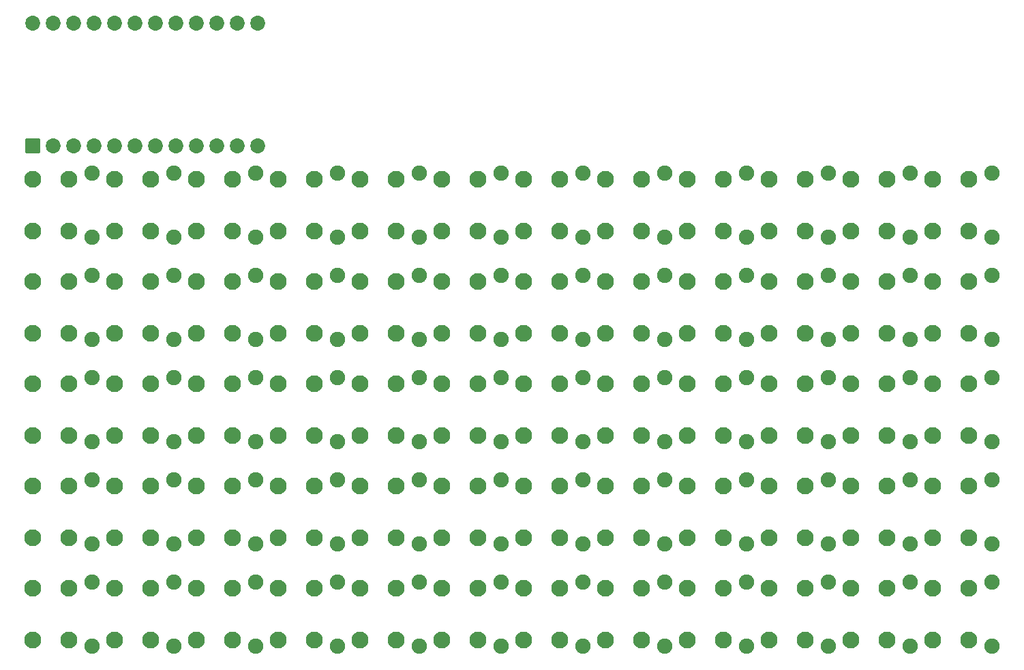
<source format=gbs>
G04 Layer: BottomSolderMaskLayer*
G04 EasyEDA v6.5.23, 2023-09-23 11:22:25*
G04 fbaf7024bf8343fa847bd74e200e9744,10*
G04 Gerber Generator version 0.2*
G04 Scale: 100 percent, Rotated: No, Reflected: No *
G04 Dimensions in inches *
G04 leading zeros omitted , absolute positions ,3 integer and 6 decimal *
%FSLAX36Y36*%
%MOIN*%

%AMMACRO1*1,1,$1,$2,$3*1,1,$1,$4,$5*1,1,$1,0-$2,0-$3*1,1,$1,0-$4,0-$5*20,1,$1,$2,$3,$4,$5,0*20,1,$1,$4,$5,0-$2,0-$3,0*20,1,$1,0-$2,0-$3,0-$4,0-$5,0*20,1,$1,0-$4,0-$5,$2,$3,0*4,1,4,$2,$3,$4,$5,0-$2,0-$3,0-$4,0-$5,$2,$3,0*%
%ADD10C,0.0749*%
%ADD11C,0.0827*%
%ADD12C,0.0730*%
%ADD13MACRO1,0.004X-0.0345X0.0345X0.0345X0.0345*%

%LPD*%
D10*
G01*
X-4500000Y-1842519D03*
G01*
X-4500000Y-2157480D03*
G01*
X-4100000Y-1842519D03*
G01*
X-4100000Y-2157480D03*
G01*
X-3700000Y-1842519D03*
G01*
X-3700000Y-2157480D03*
G01*
X-3300000Y-1842519D03*
G01*
X-3300000Y-2157480D03*
G01*
X-2900000Y-1842519D03*
G01*
X-2900000Y-2157480D03*
G01*
X-2500000Y-1842519D03*
G01*
X-2500000Y-2157480D03*
G01*
X-2100000Y-1842519D03*
G01*
X-2100000Y-2157480D03*
G01*
X-1700000Y-1842519D03*
G01*
X-1700000Y-2157480D03*
G01*
X-1300000Y-1842519D03*
G01*
X-1300000Y-2157480D03*
G01*
X-900000Y-1842519D03*
G01*
X-900000Y-2157480D03*
G01*
X-500000Y-1842519D03*
G01*
X-500000Y-2157480D03*
G01*
X-100000Y-1842519D03*
G01*
X-100000Y-2157480D03*
D11*
G01*
X-4611419Y-2127950D03*
G01*
X-4611419Y-1872049D03*
G01*
X-4788580Y-1872049D03*
G01*
X-4788580Y-2127950D03*
G01*
X-4211419Y-2127950D03*
G01*
X-4211419Y-1872049D03*
G01*
X-4388580Y-1872049D03*
G01*
X-4388580Y-2127950D03*
G01*
X-3811419Y-2127950D03*
G01*
X-3811419Y-1872049D03*
G01*
X-3988580Y-1872049D03*
G01*
X-3988580Y-2127950D03*
G01*
X-3411419Y-2127950D03*
G01*
X-3411419Y-1872049D03*
G01*
X-3588580Y-1872049D03*
G01*
X-3588580Y-2127950D03*
G01*
X-3011419Y-2127950D03*
G01*
X-3011419Y-1872049D03*
G01*
X-3188580Y-1872049D03*
G01*
X-3188580Y-2127950D03*
G01*
X-2611419Y-2127950D03*
G01*
X-2611419Y-1872049D03*
G01*
X-2788580Y-1872049D03*
G01*
X-2788580Y-2127950D03*
G01*
X-2211419Y-2127950D03*
G01*
X-2211419Y-1872049D03*
G01*
X-2388580Y-1872049D03*
G01*
X-2388580Y-2127950D03*
G01*
X-1811419Y-2127950D03*
G01*
X-1811419Y-1872049D03*
G01*
X-1988580Y-1872049D03*
G01*
X-1988580Y-2127950D03*
G01*
X-1411419Y-2127950D03*
G01*
X-1411419Y-1872049D03*
G01*
X-1588580Y-1872049D03*
G01*
X-1588580Y-2127950D03*
G01*
X-1011419Y-2127950D03*
G01*
X-1011419Y-1872049D03*
G01*
X-1188580Y-1872049D03*
G01*
X-1188580Y-2127950D03*
G01*
X-611419Y-2127950D03*
G01*
X-611419Y-1872049D03*
G01*
X-788580Y-1872049D03*
G01*
X-788580Y-2127950D03*
G01*
X-211419Y-2127950D03*
G01*
X-211419Y-1872049D03*
G01*
X-388580Y-1872049D03*
G01*
X-388580Y-2127950D03*
D10*
G01*
X-4500000Y-342519D03*
G01*
X-4500000Y-657480D03*
G01*
X-4100000Y-342519D03*
G01*
X-4100000Y-657480D03*
G01*
X-3700000Y-342519D03*
G01*
X-3700000Y-657480D03*
G01*
X-3300000Y-342519D03*
G01*
X-3300000Y-657480D03*
G01*
X-2900000Y-342519D03*
G01*
X-2900000Y-657480D03*
G01*
X-2500000Y-342519D03*
G01*
X-2500000Y-657480D03*
G01*
X-2100000Y-342519D03*
G01*
X-2100000Y-657480D03*
G01*
X-1700000Y-342519D03*
G01*
X-1700000Y-657480D03*
G01*
X-1300000Y-342519D03*
G01*
X-1300000Y-657480D03*
G01*
X-900000Y-342519D03*
G01*
X-900000Y-657480D03*
G01*
X-500000Y-342519D03*
G01*
X-500000Y-657480D03*
G01*
X-100000Y-342519D03*
G01*
X-100000Y-657480D03*
G01*
X-4500000Y-842519D03*
G01*
X-4500000Y-1157480D03*
G01*
X-4100000Y-842519D03*
G01*
X-4100000Y-1157480D03*
G01*
X-3700000Y-842519D03*
G01*
X-3700000Y-1157480D03*
G01*
X-3300000Y-842519D03*
G01*
X-3300000Y-1157480D03*
G01*
X-2900000Y-842519D03*
G01*
X-2900000Y-1157480D03*
G01*
X-2500000Y-842519D03*
G01*
X-2500000Y-1157480D03*
G01*
X-2100000Y-842519D03*
G01*
X-2100000Y-1157480D03*
G01*
X-1700000Y-842519D03*
G01*
X-1700000Y-1157480D03*
G01*
X-1300000Y-842519D03*
G01*
X-1300000Y-1157480D03*
G01*
X-900000Y-842519D03*
G01*
X-900000Y-1157480D03*
G01*
X-500000Y-842519D03*
G01*
X-500000Y-1157480D03*
G01*
X-100000Y-842519D03*
G01*
X-100000Y-1157480D03*
G01*
X-4500000Y-1342519D03*
G01*
X-4500000Y-1657480D03*
G01*
X-4100000Y-1342519D03*
G01*
X-4100000Y-1657480D03*
G01*
X-3700000Y-1342519D03*
G01*
X-3700000Y-1657480D03*
G01*
X-3300000Y-1342519D03*
G01*
X-3300000Y-1657480D03*
G01*
X-2900000Y-1342519D03*
G01*
X-2900000Y-1657480D03*
G01*
X-2500000Y-1342519D03*
G01*
X-2500000Y-1657480D03*
G01*
X-2100000Y-1342519D03*
G01*
X-2100000Y-1657480D03*
G01*
X-1700000Y-1342519D03*
G01*
X-1700000Y-1657480D03*
G01*
X-1300000Y-1342519D03*
G01*
X-1300000Y-1657480D03*
G01*
X-900000Y-1342519D03*
G01*
X-900000Y-1657480D03*
G01*
X-500000Y-1342519D03*
G01*
X-500000Y-1657480D03*
G01*
X-100000Y-1342519D03*
G01*
X-100000Y-1657480D03*
D11*
G01*
X-4611419Y-627950D03*
G01*
X-4611419Y-372049D03*
G01*
X-4788580Y-372049D03*
G01*
X-4788580Y-627950D03*
G01*
X-4211419Y-627950D03*
G01*
X-4211419Y-372049D03*
G01*
X-4388580Y-372049D03*
G01*
X-4388580Y-627950D03*
G01*
X-3811419Y-627950D03*
G01*
X-3811419Y-372049D03*
G01*
X-3988580Y-372049D03*
G01*
X-3988580Y-627950D03*
G01*
X-3411419Y-627950D03*
G01*
X-3411419Y-372049D03*
G01*
X-3588580Y-372049D03*
G01*
X-3588580Y-627950D03*
G01*
X-3011419Y-627950D03*
G01*
X-3011419Y-372049D03*
G01*
X-3188580Y-372049D03*
G01*
X-3188580Y-627950D03*
G01*
X-2611419Y-627950D03*
G01*
X-2611419Y-372049D03*
G01*
X-2788580Y-372049D03*
G01*
X-2788580Y-627950D03*
G01*
X-2211419Y-627950D03*
G01*
X-2211419Y-372049D03*
G01*
X-2388580Y-372049D03*
G01*
X-2388580Y-627950D03*
G01*
X-1811419Y-627950D03*
G01*
X-1811419Y-372049D03*
G01*
X-1988580Y-372049D03*
G01*
X-1988580Y-627950D03*
G01*
X-1411419Y-627950D03*
G01*
X-1411419Y-372049D03*
G01*
X-1588580Y-372049D03*
G01*
X-1588580Y-627950D03*
G01*
X-1011419Y-627950D03*
G01*
X-1011419Y-372049D03*
G01*
X-1188580Y-372049D03*
G01*
X-1188580Y-627950D03*
G01*
X-611419Y-627950D03*
G01*
X-611419Y-372049D03*
G01*
X-788580Y-372049D03*
G01*
X-788580Y-627950D03*
G01*
X-211419Y-627950D03*
G01*
X-211419Y-372049D03*
G01*
X-388580Y-372049D03*
G01*
X-388580Y-627950D03*
G01*
X-4611419Y-1127950D03*
G01*
X-4611419Y-872049D03*
G01*
X-4788580Y-872049D03*
G01*
X-4788580Y-1127950D03*
G01*
X-4211419Y-1127950D03*
G01*
X-4211419Y-872049D03*
G01*
X-4388580Y-872049D03*
G01*
X-4388580Y-1127950D03*
G01*
X-3811419Y-1127950D03*
G01*
X-3811419Y-872049D03*
G01*
X-3988580Y-872049D03*
G01*
X-3988580Y-1127950D03*
G01*
X-3411419Y-1127950D03*
G01*
X-3411419Y-872049D03*
G01*
X-3588580Y-872049D03*
G01*
X-3588580Y-1127950D03*
G01*
X-3011419Y-1127950D03*
G01*
X-3011419Y-872049D03*
G01*
X-3188580Y-872049D03*
G01*
X-3188580Y-1127950D03*
G01*
X-2611419Y-1127950D03*
G01*
X-2611419Y-872049D03*
G01*
X-2788580Y-872049D03*
G01*
X-2788580Y-1127950D03*
G01*
X-2211419Y-1127950D03*
G01*
X-2211419Y-872049D03*
G01*
X-2388580Y-872049D03*
G01*
X-2388580Y-1127950D03*
G01*
X-1811419Y-1127950D03*
G01*
X-1811419Y-872049D03*
G01*
X-1988580Y-872049D03*
G01*
X-1988580Y-1127950D03*
G01*
X-1411419Y-1127950D03*
G01*
X-1411419Y-872049D03*
G01*
X-1588580Y-872049D03*
G01*
X-1588580Y-1127950D03*
G01*
X-1011419Y-1127950D03*
G01*
X-1011419Y-872049D03*
G01*
X-1188580Y-872049D03*
G01*
X-1188580Y-1127950D03*
G01*
X-611419Y-1127950D03*
G01*
X-611419Y-872049D03*
G01*
X-788580Y-872049D03*
G01*
X-788580Y-1127950D03*
G01*
X-211419Y-1127950D03*
G01*
X-211419Y-872049D03*
G01*
X-388580Y-872049D03*
G01*
X-388580Y-1127950D03*
G01*
X-4611419Y-1627950D03*
G01*
X-4611419Y-1372049D03*
G01*
X-4788580Y-1372049D03*
G01*
X-4788580Y-1627950D03*
G01*
X-4211419Y-1627950D03*
G01*
X-4211419Y-1372049D03*
G01*
X-4388580Y-1372049D03*
G01*
X-4388580Y-1627950D03*
G01*
X-3811419Y-1627950D03*
G01*
X-3811419Y-1372049D03*
G01*
X-3988580Y-1372049D03*
G01*
X-3988580Y-1627950D03*
G01*
X-3411419Y-1627950D03*
G01*
X-3411419Y-1372049D03*
G01*
X-3588580Y-1372049D03*
G01*
X-3588580Y-1627950D03*
G01*
X-3011419Y-1627950D03*
G01*
X-3011419Y-1372049D03*
G01*
X-3188580Y-1372049D03*
G01*
X-3188580Y-1627950D03*
G01*
X-2611419Y-1627950D03*
G01*
X-2611419Y-1372049D03*
G01*
X-2788580Y-1372049D03*
G01*
X-2788580Y-1627950D03*
G01*
X-2211419Y-1627950D03*
G01*
X-2211419Y-1372049D03*
G01*
X-2388580Y-1372049D03*
G01*
X-2388580Y-1627950D03*
G01*
X-1811419Y-1627950D03*
G01*
X-1811419Y-1372049D03*
G01*
X-1988580Y-1372049D03*
G01*
X-1988580Y-1627950D03*
G01*
X-1411419Y-1627950D03*
G01*
X-1411419Y-1372049D03*
G01*
X-1588580Y-1372049D03*
G01*
X-1588580Y-1627950D03*
G01*
X-1011419Y-1627950D03*
G01*
X-1011419Y-1372049D03*
G01*
X-1188580Y-1372049D03*
G01*
X-1188580Y-1627950D03*
G01*
X-611419Y-1627950D03*
G01*
X-611419Y-1372049D03*
G01*
X-788580Y-1372049D03*
G01*
X-788580Y-1627950D03*
G01*
X-211419Y-1627950D03*
G01*
X-211419Y-1372049D03*
G01*
X-388580Y-1372049D03*
G01*
X-388580Y-1627950D03*
D10*
G01*
X-4500000Y157480D03*
G01*
X-4500000Y-157480D03*
D11*
G01*
X-4611419Y-127950D03*
G01*
X-4611419Y127950D03*
G01*
X-4788580Y127950D03*
G01*
X-4788580Y-127950D03*
D12*
G01*
X-4790000Y890000D03*
G01*
X-3690000Y290000D03*
G01*
X-4690000Y890000D03*
G01*
X-4590000Y890000D03*
G01*
X-4490000Y890000D03*
G01*
X-4390000Y890000D03*
G01*
X-4290000Y890000D03*
G01*
X-4190000Y890000D03*
G01*
X-4090000Y890000D03*
G01*
X-3990000Y890000D03*
G01*
X-3890000Y890000D03*
G01*
X-3790000Y890000D03*
G01*
X-3690000Y890000D03*
G01*
X-3790000Y290000D03*
G01*
X-3890000Y290000D03*
G01*
X-3990000Y290000D03*
G01*
X-4090000Y290000D03*
G01*
X-4190000Y290000D03*
G01*
X-4290000Y290000D03*
G01*
X-4390000Y290000D03*
G01*
X-4490000Y290000D03*
G01*
X-4590000Y290000D03*
G01*
X-4690000Y290000D03*
D13*
G01*
X-4790000Y290000D03*
D10*
G01*
X-4100000Y157480D03*
G01*
X-4100000Y-157480D03*
G01*
X-3700000Y157480D03*
G01*
X-3700000Y-157480D03*
G01*
X-3300000Y157480D03*
G01*
X-3300000Y-157480D03*
G01*
X-2900000Y157480D03*
G01*
X-2900000Y-157480D03*
G01*
X-2500000Y157480D03*
G01*
X-2500000Y-157480D03*
G01*
X-2100000Y157480D03*
G01*
X-2100000Y-157480D03*
G01*
X-1300000Y157480D03*
G01*
X-1300000Y-157480D03*
G01*
X-900000Y157480D03*
G01*
X-900000Y-157480D03*
G01*
X-500000Y157480D03*
G01*
X-500000Y-157480D03*
G01*
X-100000Y157480D03*
G01*
X-100000Y-157480D03*
D11*
G01*
X-4211419Y-127950D03*
G01*
X-4211419Y127950D03*
G01*
X-4388580Y127950D03*
G01*
X-4388580Y-127950D03*
G01*
X-3811419Y-127950D03*
G01*
X-3811419Y127950D03*
G01*
X-3988580Y127950D03*
G01*
X-3988580Y-127950D03*
G01*
X-3411419Y-127950D03*
G01*
X-3411419Y127950D03*
G01*
X-3588580Y127950D03*
G01*
X-3588580Y-127950D03*
G01*
X-3011419Y-127950D03*
G01*
X-3011419Y127950D03*
G01*
X-3188580Y127950D03*
G01*
X-3188580Y-127950D03*
G01*
X-2611419Y-127950D03*
G01*
X-2611419Y127950D03*
G01*
X-2788580Y127950D03*
G01*
X-2788580Y-127950D03*
G01*
X-2211419Y-127950D03*
G01*
X-2211419Y127950D03*
G01*
X-2388580Y127950D03*
G01*
X-2388580Y-127950D03*
G01*
X-1811419Y-127950D03*
G01*
X-1811419Y127950D03*
G01*
X-1988580Y127950D03*
G01*
X-1988580Y-127950D03*
G01*
X-1411419Y-127950D03*
G01*
X-1411419Y127950D03*
G01*
X-1588580Y127950D03*
G01*
X-1588580Y-127950D03*
G01*
X-1011419Y-127950D03*
G01*
X-1011419Y127950D03*
G01*
X-1188580Y127950D03*
G01*
X-1188580Y-127950D03*
G01*
X-611419Y-127950D03*
G01*
X-611419Y127950D03*
G01*
X-788580Y127950D03*
G01*
X-788580Y-127950D03*
G01*
X-211419Y-127950D03*
G01*
X-211419Y127950D03*
G01*
X-388580Y127950D03*
G01*
X-388580Y-127950D03*
D10*
G01*
X-1700000Y157480D03*
G01*
X-1700000Y-157480D03*
M02*

</source>
